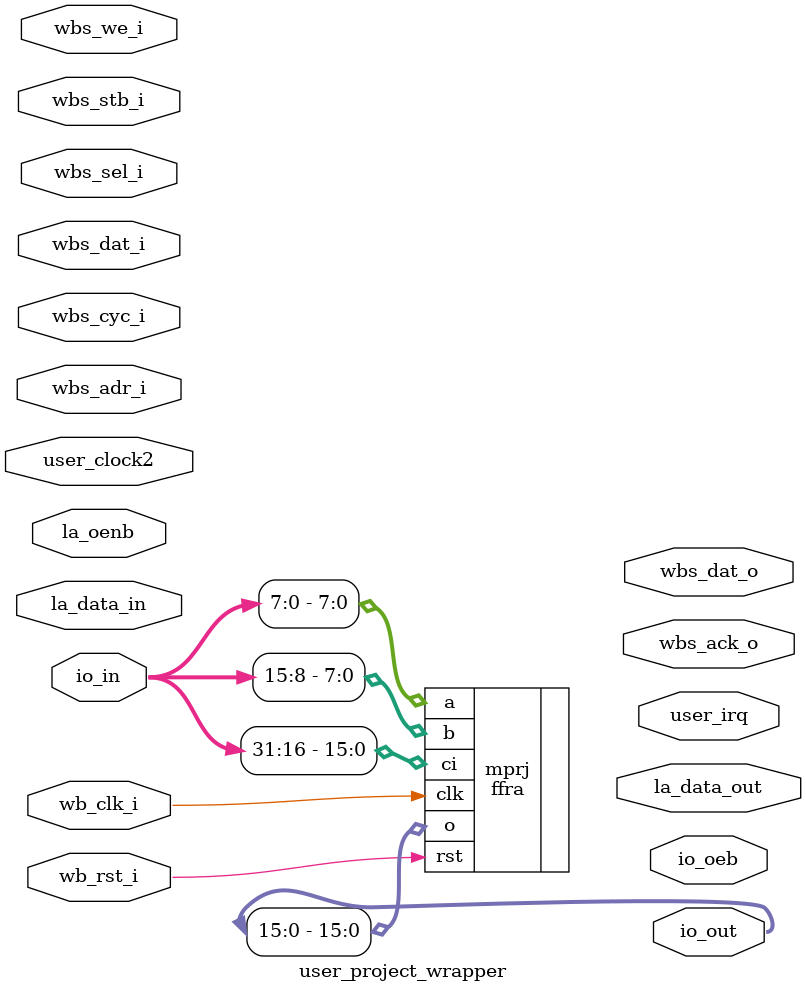
<source format=v>
module user_project_wrapper (user_clock2,
    wb_clk_i,
    wb_rst_i,
    wbs_ack_o,
    wbs_cyc_i,
    wbs_stb_i,
    wbs_we_i,
    io_in,
    io_oeb,
    io_out,
    la_data_in,
    la_data_out,
    la_oenb,
    user_irq,
    wbs_adr_i,
    wbs_dat_i,
    wbs_dat_o,
    wbs_sel_i);
 input user_clock2;
 input wb_clk_i;
 input wb_rst_i;
 output wbs_ack_o;
 input wbs_cyc_i;
 input wbs_stb_i;
 input wbs_we_i;
 input [37:0] io_in;
 output [37:0] io_oeb;
 output [37:0] io_out;
 input [63:0] la_data_in;
 output [63:0] la_data_out;
 input [63:0] la_oenb;
 output [2:0] user_irq;
 input [31:0] wbs_adr_i;
 input [31:0] wbs_dat_i;
 output [31:0] wbs_dat_o;
 input [3:0] wbs_sel_i;


 ffra mprj (.clk(wb_clk_i),
    .rst(wb_rst_i),
    .a({io_in[7],
    io_in[6],
    io_in[5],
    io_in[4],
    io_in[3],
    io_in[2],
    io_in[1],
    io_in[0]}),
    .b({io_in[15],
    io_in[14],
    io_in[13],
    io_in[12],
    io_in[11],
    io_in[10],
    io_in[9],
    io_in[8]}),
    .ci({io_in[31],
    io_in[30],
    io_in[29],
    io_in[28],
    io_in[27],
    io_in[26],
    io_in[25],
    io_in[24],
    io_in[23],
    io_in[22],
    io_in[21],
    io_in[20],
    io_in[19],
    io_in[18],
    io_in[17],
    io_in[16]}),
    .o({io_out[15],
    io_out[14],
    io_out[13],
    io_out[12],
    io_out[11],
    io_out[10],
    io_out[9],
    io_out[8],
    io_out[7],
    io_out[6],
    io_out[5],
    io_out[4],
    io_out[3],
    io_out[2],
    io_out[1],
    io_out[0]}));
endmodule


</source>
